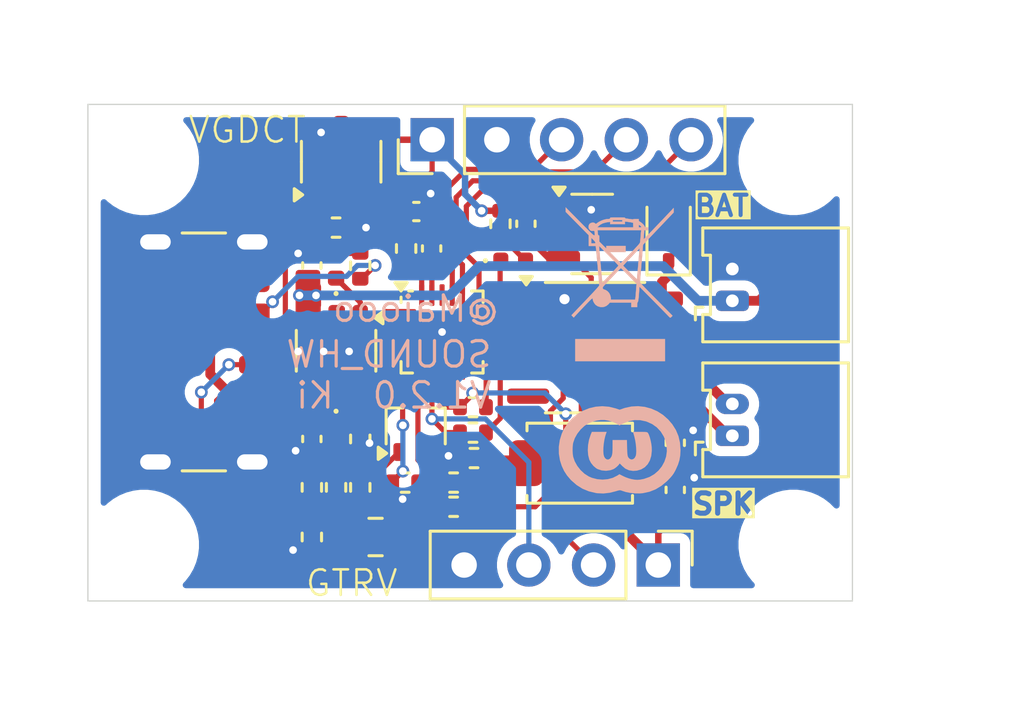
<source format=kicad_pcb>
(kicad_pcb (version 20241229) (generator "pcbnew") (generator_version "9.0")
  (title_block (date "2025-05-04") (rev "V1.2.0") (company "Maiooo"))
  (layers (0 "F.Cu" signal) (2 "B.Cu" signal) (13 "F.Paste" user) (15 "B.Paste" user) (5 "F.SilkS" user "F.Silkscreen") (7 "B.SilkS" user "B.Silkscreen") (1 "F.Mask" user) (3 "B.Mask" user) (25 "Edge.Cuts" user))
  (net 0 "")
  (net 1 "GND")
  (net 2 "BAT")
  (net 3 "VBUS")
  (net 4 "+3.3V")
  (net 5 "PA0")
  (net 6 "Dl_POWER")
  (net 7 "/CC1")
  (net 8 "/CC2")
  (net 9 "SWCLK")
  (net 10 "ONE_Line")
  (net 11 "BUSY")
  (net 12 "USART1_TX")
  (net 13 "Net-(LED1-K)")
  (net 14 "Net-(LED1-A)")
  (net 15 "Net-(LED2-K)")
  (net 16 "SWDIO")
  (net 17 "Net-(R8-Pad1)")
  (net 18 "Net-(LED2-A)")
  (net 19 "LED1")
  (net 20 "Net-(LED3-A)")
  (net 21 "Net-(Q1-G)")
  (net 22 "Net-(U3-VREF)")
  (net 23 "Net-(U3-SPK1)")
  (net 24 "Net-(U3-SPK2)")
  (net 25 "Net-(U1-PROG)")
  (net 26 "Net-(U3-IO3)")
  (net 27 "Net-(U3-IO2)")
  (net 28 "Net-(R10-Pad2)")
  (net 29 "PA6")
  (net 39 "PA1")
  (footprint "Package_TO_SOT_SMD:SOT-23-3" (layer "F.Cu") (at 94.3375 53.00625 90)
    (property "Reference" "U5" (hide yes))
    (property "Value" "CC6201")
  )
  (footprint "Capacitor_SMD:C_0402_1005Metric" (layer "F.Cu") (at 107.4475 65.89375 90)
    (property "Reference" "C4" (hide yes))
    (property "Value" "1UF")
  )
  (footprint "LED_SMD:LED_0402_1005Metric" (layer "F.Cu") (at 101.0875 56.89375)
    (property "Reference" "LED3" (hide yes))
    (property "Value" "LED")
  )
  (footprint "Resistor_SMD:R_0402_1005Metric" (layer "F.Cu") (at 94.1375 55.59375 180)
    (property "Reference" "R4" (hide yes))
    (property "Value" "5.1K")
  )
  (footprint "MountingHole:MountingHole_2.2mm_M2_ISO14580" (layer "F.Cu") (at 112.0875 68.04375)
    (property "Reference" "H4" (hide yes))
    (property "Value" "MountingHole")
  )
  (footprint "Capacitor_SMD:C_0402_1005Metric" (layer "F.Cu") (at 107.4475 64.04375 90)
    (property "Reference" "C5" (hide yes))
    (property "Value" "1UF")
  )
  (footprint "Resistor_SMD:R_0402_1005Metric" (layer "F.Cu") (at 93.1875 65.79375 90)
    (property "Reference" "R2" (hide yes))
    (property "Value" "10K")
  )
  (footprint "Diode_SMD:D_SOD-323" (layer "F.Cu") (at 107.1875 55.84375 90)
    (property "Reference" "D1" (hide yes))
    (property "Value" "1N5819WS")
  )
  (footprint "Connector_Molex:Molex_PicoBlade_53048-0210_1x02_P1.25mm_Horizontal" (layer "F.Cu") (at 109.6875 63.76875 90)
    (property "Reference" "LS1" (hide yes))
    (property "Value" "Speaker")
  )
  (footprint "Resistor_SMD:R_0402_1005Metric" (layer "F.Cu") (at 98.75 66.55625 180)
    (property "Reference" "R10" (hide yes))
    (property "Value" "1K")
  )
  (footprint "Resistor_SMD:R_0402_1005Metric" (layer "F.Cu") (at 98.75 65.60625)
    (property "Reference" "R11" (hide yes))
    (property "Value" "1M")
  )
  (footprint "MountingHole:MountingHole_2.2mm_M2_ISO14580" (layer "F.Cu") (at 86.6 52.94625)
    (property "Reference" "H1" (hide yes))
    (property "Value" "MountingHole")
  )
  (footprint "Capacitor_SMD:C_0402_1005Metric" (layer "F.Cu") (at 93.1875 57.08125 90)
    (property "Reference" "C2" (hide yes))
    (property "Value" "10UF")
  )
  (footprint "Resistor_SMD:R_0402_1005Metric" (layer "F.Cu") (at 93.1875 67.74375 90)
    (property "Reference" "R3" (hide yes))
    (property "Value" "5.1K")
  )
  (footprint "Resistor_SMD:R_0402_1005Metric" (layer "F.Cu") (at 100.5875 55.44375 90)
    (property "Reference" "R9" (hide yes))
    (property "Value" "10K")
  )
  (footprint "Connector_PinHeader_2.54mm:PinHeader_1x04_P2.54mm_Vertical" (layer "F.Cu") (at 106.7825 68.84375 -90)
    (property "Reference" "J2" (hide yes))
    (property "Value" "Conn_01x04")
  )
  (footprint "Capacitor_SMD:C_0805_2012Metric" (layer "F.Cu") (at 95.6875 67.74375 180)
    (property "Reference" "X1" (hide yes))
    (property "Value" "JYX-0805-C06")
  )
  (footprint "Resistor_SMD:R_0402_1005Metric" (layer "F.Cu") (at 99.51 62.64375)
    (property "Reference" "R6" (hide yes))
    (property "Value" "470R")
  )
  (footprint "Resistor_SMD:R_0402_1005Metric" (layer "F.Cu") (at 96.8875 56.41375 90)
    (property "Reference" "R13" (hide yes))
    (property "Value" "1M")
  )
  (footprint "LED_SMD:LED_0402_1005Metric" (layer "F.Cu") (at 94.1375 57.09375 90)
    (property "Reference" "LED1" (hide yes))
    (property "Value" "RED")
  )
  (footprint "Connector_PinHeader_2.54mm:PinHeader_1x05_P2.54mm_Vertical" (layer "F.Cu") (at 97.9075 52.14375 90)
    (property "Reference" "J3" (hide yes))
    (property "Value" "Conn_01x05")
  )
  (footprint "Package_TO_SOT_SMD:TSOT-23-6" (layer "F.Cu") (at 94.1375 60.43125 -90)
    (property "Reference" "U1" (hide yes))
    (property "Value" "TP4057")
  )
  (footprint "Maiooo_Library:HT7533s" (layer "F.Cu") (at 104.1875 55.84375)
    (property "Reference" "U2" (hide yes))
    (property "Value" "HT7533-1")
  )
  (footprint "MountingHole:MountingHole_2.2mm_M2_ISO14580" (layer "F.Cu") (at 86.6 68.04625)
    (property "Reference" "H2" (hide yes))
    (property "Value" "MountingHole")
  )
  (footprint "Capacitor_SMD:C_0402_1005Metric" (layer "F.Cu") (at 93.1875 63.89375 -90)
    (property "Reference" "C1" (hide yes))
    (property "Value" "10UF")
  )
  (footprint "Package_DFN_QFN:QFN-20-1EP_3x3mm_P0.4mm_EP1.65x1.65mm" (layer "F.Cu") (at 98.2975 59.69375)
    (property "Reference" "U4" (hide yes))
    (property "Value" "CH32L103F8U6")
  )
  (footprint "LED_SMD:LED_0402_1005Metric" (layer "F.Cu") (at 94.1375 63.89375 -90)
    (property "Reference" "LED2" (hide yes))
    (property "Value" "Gree")
  )
  (footprint "Resistor_SMD:R_0402_1005Metric" (layer "F.Cu") (at 94.1375 65.79375 90)
    (property "Reference" "R12" (hide yes))
    (property "Value" "1K")
  )
  (footprint "Capacitor_SMD:C_0402_1005Metric" (layer "F.Cu") (at 101.5875 55.44375 -90)
    (property "Reference" "C6" (hide yes))
    (property "Value" "100NF")
  )
  (footprint "Resistor_SMD:R_0402_1005Metric" (layer "F.Cu") (at 95.0875 65.79375 -90)
    (property "Reference" "R15" (hide yes))
    (property "Value" "10K")
  )
  (footprint "MountingHole:MountingHole_2.2mm_M2_ISO14580" (layer "F.Cu") (at 112.0875 52.94375)
    (property "Reference" "H3" (hide yes))
    (property "Value" "MountingHole")
  )
  (footprint "Capacitor_SMD:C_0402_1005Metric" (layer "F.Cu") (at 97.2875 54.96375 180)
    (property "Reference" "C7" (hide yes))
    (property "Value" "100NF")
  )
  (footprint "Resistor_SMD:R_0402_1005Metric" (layer "F.Cu") (at 99.55 64.64375 180)
    (property "Reference" "R8" (hide yes))
    (property "Value" "1K")
  )
  (footprint "Maiooo_Library:Button_2P" (layer "F.Cu") (at 103.7 64.84375)
    (property "Reference" "SW1" (hide yes))
    (property "Value" "SW_Push")
  )
  (footprint "Resistor_SMD:R_0402_1005Metric" (layer "F.Cu") (at 95.0875 57.09375 90)
    (property "Reference" "R1" (hide yes))
    (property "Value" "10K")
  )
  (footprint "Capacitor_SMD:C_0402_1005Metric" (layer "F.Cu") (at 97.8875 56.41375 90)
    (property "Reference" "C3" (hide yes))
    (property "Value" "10UF")
  )
  (footprint "Connector_USB:USB_C_Receptacle_GCT_USB4125-xx-x_6P_TopMnt_Horizontal" (layer "F.Cu") (at 87.85 60.47625 -90)
    (property "Reference" "J1" (hide yes))
    (property "Value" "USB_C_Receptacle_PowerOnly_6P")
  )
  (footprint "Resistor_SMD:R_0402_1005Metric" (layer "F.Cu") (at 99.51 63.64375)
    (property "Reference" "R7" (hide yes))
    (property "Value" "470R")
  )
  (footprint "Package_SO:SOP-8_3.9x4.9mm_P1.27mm" (layer "F.Cu") (at 104.3 60.30875)
    (property "Reference" "U3" (hide yes))
    (property "Value" "CS588")
  )
  (footprint "Connector_Molex:Molex_PicoBlade_53048-0210_1x02_P1.25mm_Horizontal" (layer "F.Cu") (at 109.6875 58.46875 90)
    (property "Reference" "BT1" (hide yes))
    (property "Value" "Battery_Cell")
  )
  (footprint "Resistor_SMD:R_0402_1005Metric" (layer "F.Cu") (at 96.85 65.60625)
    (property "Reference" "R14" (hide yes))
    (property "Value" "1M")
  )
  (footprint "Resistor_SMD:R_0402_1005Metric" (layer "F.Cu") (at 95.0875 63.89375 -90)
    (property "Reference" "R5" (hide yes))
    (property "Value" "1.6K")
  )
  (footprint "Package_TO_SOT_SMD:SOT-323_SC-70" (layer "F.Cu") (at 97.2625 63.40625 90)
    (property "Reference" "Q1" (hide yes))
    (property "Value" "2N7002W")
  )
  (footprint "Symbol:WEEE-Logo_4.2x6mm_SilkScreen" (layer "B.Cu") (at 105.272138 57.822488 180)
    (property "Reference" "REF**" (hide yes))
    (property "Value" "WEEE-Logo_4.2x6mm_SilkScreen" (hide yes))
  )
  (footprint "LOGO" (layer "B.Cu") (at 105.26 64.32 180)
    (property "Reference" "G***" (hide yes))
    (property "Value" "LOGO" (hide yes))
  )
  (gr_line (start 84.4 70.25625) (end 114.4 70.25625) (stroke (width 0.05)) (layer "Edge.Cuts"))
  (gr_line (start 114.4 50.75625) (end 84.4 50.75625) (stroke (width 0.05)) (layer "Edge.Cuts"))
  (gr_line (start 84.4 50.75625) (end 84.4 70.25625) (stroke (width 0.05)) (layer "Edge.Cuts"))
  (gr_line (start 114.4 50.75625) (end 114.4 70.25625) (stroke (width 0.05)) (layer "Edge.Cuts"))
  (gr_text "BAT" (at 109.27 54.74 0) (layer "F.SilkS" knockout) (effects (font (size 0.8 0.8) (thickness 0.16) (bold yes))))
  (gr_text "SPK" (at 109.34 66.45 0) (layer "F.SilkS" knockout) (effects (font (size 0.8 0.8) (thickness 0.2) (bold yes))))
  (gr_text "GTRV" (at 94.75 69.55625 0) (layer "F.SilkS") (effects (font (size 1 1) (thickness 0.1))))
  (gr_text "VGDCT" (at 90.65 51.75625 0) (layer "F.SilkS") (effects (font (size 1 1) (thickness 0.1))))
  (gr_text "@Maiooo" (at 100.62 58.78 0) (layer "B.SilkS") (effects (font (size 1 1) (thickness 0.125)) (justify left mirror)))
  (gr_text "SOUND_HW \nV1.2.0  Ki" (at 100.32 61.38 0) (layer "B.SilkS") (effects (font (size 1 1) (thickness 0.125)) (justify left mirror)))
  (segment (start 102.98 54.96375) (end 103.05 54.89375) (width 0.254) (layer "F.Cu") (net 1))
  (segment (start 97.36 65.60625) (end 97.36 65.64625) (width 0.254) (layer "F.Cu") (net 1))
  (segment (start 93.5625 51.86875) (end 93.55 51.85625) (width 0.254) (layer "F.Cu") (net 1))
  (segment (start 97.7675 54.33875) (end 97.85 54.25625) (width 0.2032) (layer "F.Cu") (net 1))
  (segment (start 97.7675 55.81375) (end 97.8875 55.93375) (width 0.2032) (layer "F.Cu") (net 1))
  (segment (start 101.5875 54.96375) (end 102.98 54.96375) (width 0.254) (layer "F.Cu") (net 1))
  (segment (start 90.93 63.22625) (end 90.93 64.71625) (width 0.381) (layer "F.Cu") (net 1))
  (segment (start 90.93 57.72625) (end 90.93 56.23625) (width 0.381) (layer "F.Cu") (net 1))
  (segment (start 97.7675 54.96375) (end 97.7675 54.33875) (width 0.2032) (layer "F.Cu") (net 1))
  (segment (start 97.36 65.64625) (end 96.75 66.25625) (width 0.254) (layer "F.Cu") (net 1))
  (segment (start 94.3375 51.86875) (end 93.5625 51.86875) (width 0.254) (layer "F.Cu") (net 1))
  (segment (start 98.55 64.55625) (end 98.4 64.40625) (width 0.254) (layer "F.Cu") (net 1))
  (segment (start 99.04 64.64375) (end 98.6375 64.64375) (width 0.254) (layer "F.Cu") (net 1))
  (segment (start 92.5675 64.37375) (end 92.55 64.35625) (width 0.2032) (layer "F.Cu") (net 1))
  (segment (start 98.4 64.40625) (end 97.9125 64.40625) (width 0.254) (layer "F.Cu") (net 1))
  (segment (start 93.1875 68.25375) (end 92.4525 68.25375) (width 0.254) (layer "F.Cu") (net 1))
  (segment (start 108.1425 63.56375) (end 108.15 63.55625) (width 0.254) (layer "F.Cu") (net 1))
  (segment (start 98.6375 64.64375) (end 98.55 64.55625) (width 0.254) (layer "F.Cu") (net 1))
  (segment (start 103.1025 58.40375) (end 101.675 58.40375) (width 0.381) (layer "F.Cu") (net 1))
  (segment (start 95.3125 55.59375) (end 94.6475 55.59375) (width 0.2032) (layer "F.Cu") (net 1))
  (segment (start 93.055 56.60125) (end 93.1875 56.60125) (width 0.2032) (layer "F.Cu") (net 1))
  (segment (start 107.4475 63.56375) (end 108.1425 63.56375) (width 0.254) (layer "F.Cu") (net 1))
  (segment (start 90.93 64.71625) (end 90.85 64.79625) (width 0.381) (layer "F.Cu") (net 1))
  (segment (start 97.7675 54.96375) (end 97.7675 55.81375) (width 0.2032) (layer "F.Cu") (net 1))
  (segment (start 95.1025 64.40375) (end 95.45 64.05625) (width 0.254) (layer "F.Cu") (net 1))
  (segment (start 93.05 56.60625) (end 93.055 56.60125) (width 0.2032) (layer "F.Cu") (net 1))
  (segment (start 104.15 54.89375) (end 103.05 54.89375) (width 0.254) (layer "F.Cu") (net 1))
  (segment (start 95.0875 65.28375) (end 95.0875 64.40375) (width 0.254) (layer "F.Cu") (net 1))
  (segment (start 93.1875 64.37375) (end 92.5675 64.37375) (width 0.2032) (layer "F.Cu") (net 1))
  (segment (start 95.0875 64.40375) (end 95.1025 64.40375) (width 0.254) (layer "F.Cu") (net 1))
  (segment (start 92.649 56.60625) (end 93.05 56.60625) (width 0.2032) (layer "F.Cu") (net 1))
  (segment (start 108.1925 65.41375) (end 107.4475 65.41375) (width 0.254) (layer "F.Cu") (net 1))
  (segment (start 90.93 56.23625) (end 90.85 56.15625) (width 0.381) (layer "F.Cu") (net 1))
  (segment (start 92.4525 68.25375) (end 92.45 68.25625) (width 0.254) (layer "F.Cu") (net 1))
  (via (at 94.65 60.45625) (size 0.6) (drill 0.3) (layers "F.Cu" "B.Cu") (net 1))
  (via (at 103.1025 58.40375) (size 0.8) (drill 0.4) (layers "F.Cu" "B.Cu") (net 1))
  (via (at 93.65 60.45625) (size 0.6) (drill 0.3) (layers "F.Cu" "B.Cu") (net 1))
  (via (at 97.85 54.25625) (size 0.5) (drill 0.3) (layers "F.Cu" "B.Cu") (net 1))
  (via (at 95.45 64.05625) (size 0.5) (drill 0.3) (layers "F.Cu" "B.Cu") (net 1))
  (via (at 92.55 64.35625) (size 0.5) (drill 0.3) (layers "F.Cu" "B.Cu") (net 1))
  (via (at 92.649 56.60625) (size 0.5) (drill 0.3) (layers "F.Cu" "B.Cu") (net 1))
  (via (at 95.3125 55.59375) (size 0.5) (drill 0.3) (layers "F.Cu" "B.Cu") (net 1))
  (via (at 93.55 51.85625) (size 0.6) (drill 0.3) (layers "F.Cu" "B.Cu") (net 1))
  (via (at 104.15 54.89375) (size 0.6) (drill 0.3) (layers "F.Cu" "B.Cu") (net 1))
  (via (at 96.75 66.25625) (size 0.5) (drill 0.3) (layers "F.Cu" "B.Cu") (net 1))
  (via (at 92.65 60.45625) (size 0.6) (drill 0.3) (layers "F.Cu" "B.Cu") (net 1))
  (via (at 98.55 64.55625) (size 0.5) (drill 0.3) (layers "F.Cu" "B.Cu") (net 1))
  (via (at 92.45 68.25625) (size 0.5) (drill 0.3) (layers "F.Cu" "B.Cu") (net 1))
  (via (at 108.1925 65.41375) (size 0.5) (drill 0.3) (layers "F.Cu" "B.Cu") (net 1))
  (via (at 108.15 63.55625) (size 0.5) (drill 0.3) (layers "F.Cu" "B.Cu") (net 1))
  (via (at 98.2975 59.69375) (size 0.6) (drill 0.3) (layers "F.Cu" "B.Cu") (net 1))
  (segment (start 110.7375 58.46875) (end 111.3 57.90625) (width 0.381) (layer "F.Cu") (net 2))
  (segment (start 106.7125 54.79375) (end 107.1875 54.79375) (width 0.381) (layer "F.Cu") (net 2))
  (segment (start 105.325 55.84375) (end 105.6625 55.84375) (width 0.381) (layer "F.Cu") (net 2))
  (segment (start 109.9125 54.79375) (end 107.1875 54.79375) (width 0.381) (layer "F.Cu") (net 2))
  (segment (start 111.3 57.90625) (end 111.3 56.18125) (width 0.381) (layer "F.Cu") (net 2))
  (segment (start 111.3 56.18125) (end 109.9125 54.79375) (width 0.381) (layer "F.Cu") (net 2))
  (segment (start 109.6875 58.46875) (end 110.7375 58.46875) (width 0.381) (layer "F.Cu") (net 2))
  (segment (start 105.6625 55.84375) (end 106.7125 54.79375) (width 0.381) (layer "F.Cu") (net 2))
  (via (at 92.7 58.25625) (size 0.5) (drill 0.3) (layers "F.Cu" "B.Cu") (net 2))
  (via (at 93.35 58.25625) (size 0.5) (drill 0.3) (layers "F.Cu" "B.Cu") (net 2))
  (segment (start 108.3345 58.46875) (end 106.972 57.10625) (width 0.381) (layer "B.Cu") (net 2))
  (segment (start 98.6 58.25625) (end 93.35 58.25625) (width 0.381) (layer "B.Cu") (net 2))
  (segment (start 99.75 57.10625) (end 98.6 58.25625) (width 0.381) (layer "B.Cu") (net 2))
  (segment (start 106.972 57.10625) (end 99.75 57.10625) (width 0.381) (layer "B.Cu") (net 2))
  (segment (start 109.6875 58.46875) (end 108.3345 58.46875) (width 0.381) (layer "B.Cu") (net 2))
  (segment (start 92.7 58.25625) (end 93.35 58.25625) (width 0.381) (layer "B.Cu") (net 2))
  (segment (start 95.146491 57.60375) (end 95.671557 57.078684) (width 0.2032) (layer "F.Cu") (net 3))
  (segment (start 89.85 58.95625) (end 89.2 59.60625) (width 0.381) (layer "F.Cu") (net 3))
  (segment (start 94.1375 65.28375) (end 94.1375 65.35375) (width 0.2032) (layer "F.Cu") (net 3))
  (segment (start 89.84 61.99625) (end 90.93 61.99625) (width 0.381) (layer "F.Cu") (net 3))
  (segment (start 89.45 62.38625) (end 89.45 65.65625) (width 0.2032) (layer "F.Cu") (net 3))
  (segment (start 91.1958 58.95625) (end 90.93 58.95625) (width 0.2032) (layer "F.Cu") (net 3))
  (segment (start 93.1875 63.41375) (end 93.1875 61.56875) (width 0.381) (layer "F.Cu") (net 3))
  (segment (start 89.84 61.99625) (end 89.2 61.35625) (width 0.381) (layer "F.Cu") (net 3))
  (segment (start 89.45 65.65625) (end 90.0975 66.30375) (width 0.2032) (layer "F.Cu") (net 3))
  (segment (start 91.6458 58.50625) (end 91.1958 58.95625) (width 0.2032) (layer "F.Cu") (net 3))
  (segment (start 90.93 61.99625) (end 92.06 61.99625) (width 0.381) (layer "F.Cu") (net 3))
  (segment (start 89.84 61.99625) (end 89.45 62.38625) (width 0.2032) (layer "F.Cu") (net 3))
  (segment (start 95.0875 57.60375) (end 95.146491 57.60375) (width 0.2032) (layer "F.Cu") (net 3))
  (segment (start 92.4875 61.56875) (end 93.1875 61.56875) (width 0.381) (layer "F.Cu") (net 3))
  (segment (start 90.0975 66.30375) (end 93.1875 66.30375) (width 0.2032) (layer "F.Cu") (net 3))
  (segment (start 90.93 58.95625) (end 89.85 58.95625) (width 0.381) (layer "F.Cu") (net 3))
  (segment (start 89.2 61.35625) (end 89.2 59.60625) (width 0.381) (layer "F.Cu") (net 3))
  (segment (start 94.1375 65.35375) (end 93.1875 66.30375) (width 0.2032) (layer "F.Cu") (net 3))
  (segment (start 92.06 61.99625) (end 92.4875 61.56875) (width 0.381) (layer "F.Cu") (net 3))
  (via (at 95.671557 57.078684) (size 0.5) (drill 0.3) (layers "F.Cu" "B.Cu") (net 3))
  (via (at 91.6458 58.50625) (size 0.5) (drill 0.3) (layers "F.Cu" "B.Cu") (net 3))
  (segment (start 94.977566 57.078684) (end 94.7 57.35625) (width 0.2032) (layer "B.Cu") (net 3))
  (segment (start 94.5474 57.50885) (end 92.6474 57.50885) (width 0.2032) (layer "B.Cu") (net 3))
  (segment (start 91.65 58.50625) (end 91.6458 58.50625) (width 0.2032) (layer "B.Cu") (net 3))
  (segment (start 92.6474 57.50885) (end 92.05 58.10625) (width 0.2032) (layer "B.Cu") (net 3))
  (segment (start 92.05 58.10625) (end 91.65 58.50625) (width 0.2032) (layer "B.Cu") (net 3))
  (segment (start 95.671557 57.078684) (end 94.977566 57.078684) (width 0.2032) (layer "B.Cu") (net 3))
  (segment (start 94.7 57.35625) (end 94.5474 57.50885) (width 0.2032) (layer "B.Cu") (net 3))
  (segment (start 99.85 54.93375) (end 100.5875 54.93375) (width 0.254) (layer "F.Cu") (net 4))
  (segment (start 101.6175 55.92375) (end 102.4875 56.79375) (width 0.254) (layer "F.Cu") (net 4))
  (segment (start 96.8075 54.96375) (end 96.8075 54.49875) (width 0.2032) (layer "F.Cu") (net 4))
  (segment (start 93.3875 54.14375) (end 93.3875 53.76875) (width 0.254) (layer "F.Cu") (net 4))
  (segment (start 102.4875 56.79375) (end 103.05 56.79375) (width 0.254) (layer "F.Cu") (net 4))
  (segment (start 93.3875 53.76875) (end 94.15 53.00625) (width 0.254) (layer "F.Cu") (net 4))
  (segment (start 101.5875 55.92375) (end 101.6175 55.92375) (width 0.254) (layer "F.Cu") (net 4))
  (segment (start 95.9125 52.14375) (end 97.9075 52.14375) (width 0.254) (layer "F.Cu") (net 4))
  (segment (start 99.26 66.55625) (end 101.95 66.55625) (width 0.2032) (layer "F.Cu") (net 4))
  (segment (start 104.15 58.75625) (end 104.15 57.55625) (width 0.2032) (layer "F.Cu") (net 4))
  (segment (start 101.95 66.55625) (end 102.55 65.95625) (width 0.2032) (layer "F.Cu") (net 4))
  (segment (start 102.55 65.95625) (end 102.55 62.795466) (width 0.2032) (layer "F.Cu") (net 4))
  (segment (start 99.26 65.60625) (end 99.26 66.55625) (width 0.2032) (layer "F.Cu") (net 4))
  (segment (start 100.5975 54.93375) (end 101.5875 55.92375) (width 0.254) (layer "F.Cu") (net 4))
  (segment (start 95.05 53.00625) (end 95.9125 52.14375) (width 0.254) (layer "F.Cu") (net 4))
  (segment (start 103.3875 56.79375) (end 103.05 56.79375) (width 0.2032) (layer "F.Cu") (net 4))
  (segment (start 97.8975 58.24375) (end 97.8975 56.90375) (width 0.2032) (layer "F.Cu") (net 4))
  (segment (start 100.5875 54.93375) (end 100.5975 54.93375) (width 0.254) (layer "F.Cu") (net 4))
  (segment (start 104.15 57.55625) (end 103.3875 56.79375) (width 0.2032) (layer "F.Cu") (net 4))
  (segment (start 97.9075 53.39875) (end 97.9075 52.14375) (width 0.2032) (layer "F.Cu") (net 4))
  (segment (start 96.8875 55.90375) (end 96.8975 55.90375) (width 0.2032) (layer "F.Cu") (net 4))
  (segment (start 102.55 62.795466) (end 103.05 62.295466) (width 0.2032) (layer "F.Cu") (net 4))
  (segment (start 103.05 62.295466) (end 103.05 59.85625) (width 0.2032) (layer "F.Cu") (net 4))
  (segment (start 96.8075 54.49875) (end 97.9075 53.39875) (width 0.2032) (layer "F.Cu") (net 4))
  (segment (start 97.8975 56.90375) (end 97.8875 56.89375) (width 0.2032) (layer "F.Cu") (net 4))
  (segment (start 96.8075 54.96375) (end 96.8075 55.82375) (width 0.2032) (layer "F.Cu") (net 4))
  (segment (start 96.8975 55.90375) (end 97.8875 56.89375) (width 0.2032) (layer "F.Cu") (net 4))
  (segment (start 96.8075 55.82375) (end 96.8875 55.90375) (width 0.2032) (layer "F.Cu") (net 4))
  (segment (start 94.15 53.00625) (end 95.05 53.00625) (width 0.254) (layer "F.Cu") (net 4))
  (segment (start 103.05 59.85625) (end 104.15 58.75625) (width 0.2032) (layer "F.Cu") (net 4))
  (via (at 99.85 54.93375) (size 0.5) (drill 0.3) (layers "F.Cu" "B.Cu") (net 4))
  (segment (start 99.2 53.50625) (end 97.9075 52.21375) (width 0.254) (layer "B.Cu") (net 4))
  (segment (start 99.2 54.28375) (end 99.2 53.50625) (width 0.254) (layer "B.Cu") (net 4))
  (segment (start 99.85 54.93375) (end 99.2 54.28375) (width 0.254) (layer "B.Cu") (net 4))
  (segment (start 97.9075 52.21375) (end 97.9075 52.14375) (width 0.254) (layer "B.Cu") (net 4))
  (segment (start 95.75 66.60625) (end 95.75 66.25625) (width 0.2032) (layer "F.Cu") (net 5))
  (segment (start 96.34 65.60625) (end 96.38 65.60625) (width 0.2032) (layer "F.Cu") (net 5))
  (segment (start 95.75 66.25625) (end 96.34 65.66625) (width 0.2032) (layer "F.Cu") (net 5))
  (segment (start 96.34 65.575089) (end 96.758839 65.15625) (width 0.2032) (layer "F.Cu") (net 5))
  (segment (start 95.65 61.55625) (end 95.65 59.35625) (width 0.2032) (layer "F.Cu") (net 5))
  (segment (start 96.758839 63.35625) (end 96.75 63.347411) (width 0.2032) (layer "F.Cu") (net 5))
  (segment (start 96.34 65.60625) (end 96.34 65.575089) (width 0.2032) (layer "F.Cu") (net 5))
  (segment (start 94.7375 67.74375) (end 94.7375 67.61875) (width 0.2032) (layer "F.Cu") (net 5))
  (segment (start 96.75 63.347411) (end 96.75 62.65625) (width 0.2032) (layer "F.Cu") (net 5))
  (segment (start 96.75 62.65625) (end 95.65 61.55625) (width 0.2032) (layer "F.Cu") (net 5))
  (segment (start 96.1125 58.89375) (end 96.8475 58.89375) (width 0.2032) (layer "F.Cu") (net 5))
  (segment (start 94.7375 67.61875) (end 95.75 66.60625) (width 0.2032) (layer "F.Cu") (net 5))
  (segment (start 95.65 59.35625) (end 96.1125 58.89375) (width 0.2032) (layer "F.Cu") (net 5))
  (segment (start 96.34 65.66625) (end 96.34 65.60625) (width 0.2032) (layer "F.Cu") (net 5))
  (via (at 96.758839 65.15625) (size 0.5) (drill 0.3) (layers "F.Cu" "B.Cu") (net 5))
  (via (at 96.758839 63.35625) (size 0.5) (drill 0.3) (layers "F.Cu" "B.Cu") (net 5))
  (segment (start 96.758839 63.35625) (end 96.758839 65.15625) (width 0.2032) (layer "B.Cu") (net 5))
  (segment (start 107.1875 56.89375) (end 107.1875 57.46875) (width 0.381) (layer "F.Cu") (net 6))
  (segment (start 105.5025 58.40375) (end 106.925 58.40375) (width 0.381) (layer "F.Cu") (net 6))
  (segment (start 106.925 57.73125) (end 106.925 58.40375) (width 0.381) (layer "F.Cu") (net 6))
  (segment (start 107.4475 66.37375) (end 107.4475 66.90875) (width 0.254) (layer "F.Cu") (net 6))
  (segment (start 106.7825 67.57375) (end 106.7825 68.84375) (width 0.254) (layer "F.Cu") (net 6))
  (segment (start 103.85 65.91125) (end 103.85 60.05625) (width 0.381) (layer "F.Cu") (net 6))
  (segment (start 107.1875 57.46875) (end 106.925 57.73125) (width 0.381) (layer "F.Cu") (net 6))
  (segment (start 106.7825 68.84375) (end 103.85 65.91125) (width 0.381) (layer "F.Cu") (net 6))
  (segment (start 103.85 60.05625) (end 105.5025 58.40375) (width 0.381) (layer "F.Cu") (net 6))
  (segment (start 107.4475 66.90875) (end 106.7825 67.57375) (width 0.254) (layer "F.Cu") (net 6))
  (segment (start 92.7125 55.59375) (end 92.1474 56.15885) (width 0.2032) (layer "F.Cu") (net 7))
  (segment (start 92.1474 59.55885) (end 91.73 59.97625) (width 0.2032) (layer "F.Cu") (net 7))
  (segment (start 91.73 59.97625) (end 90.93 59.97625) (width 0.2032) (layer "F.Cu") (net 7))
  (segment (start 92.1474 56.15885) (end 92.1474 59.55885) (width 0.2032) (layer "F.Cu") (net 7))
  (segment (start 93.6275 55.59375) (end 92.7125 55.59375) (width 0.2032) (layer "F.Cu") (net 7))
  (segment (start 88.85 66.05625) (end 90.0275 67.23375) (width 0.2032) (layer "F.Cu") (net 8))
  (segment (start 88.85 62.05625) (end 88.85 66.05625) (width 0.2032) (layer "F.Cu") (net 8))
  (segment (start 90.0275 67.23375) (end 93.1875 67.23375) (width 0.2032) (layer "F.Cu") (net 8))
  (segment (start 89.93 60.97625) (end 90.93 60.97625) (width 0.2032) (layer "F.Cu") (net 8))
  (via (at 89.93 60.97625) (size 0.5) (drill 0.3) (layers "F.Cu" "B.Cu") (net 8))
  (via (at 88.85 62.05625) (size 0.5) (drill 0.3) (layers "F.Cu" "B.Cu") (net 8))
  (segment (start 88.85 62.05625) (end 89.93 60.97625) (width 0.2032) (layer "B.Cu") (net 8))
  (segment (start 104.265 53.40625) (end 105.5275 52.14375) (width 0.2032) (layer "F.Cu") (net 9))
  (segment (start 98.85 56.80625) (end 98.85 54.40625) (width 0.2032) (layer "F.Cu") (net 9))
  (segment (start 98.85 54.40625) (end 99.5 53.75625) (width 0.2032) (layer "F.Cu") (net 9))
  (segment (start 102.15 53.75625) (end 102.5 53.40625) (width 0.2032) (layer "F.Cu") (net 9))
  (segment (start 99.0975 57.05375) (end 98.85 56.80625) (width 0.2032) (layer "F.Cu") (net 9))
  (segment (start 102.5 53.40625) (end 104.265 53.40625) (width 0.2032) (layer "F.Cu") (net 9))
  (segment (start 99.0975 58.24375) (end 99.0975 57.05375) (width 0.2032) (layer "F.Cu") (net 9))
  (segment (start 99.5 53.75625) (end 102.15 53.75625) (width 0.2032) (layer "F.Cu") (net 9))
  (segment (start 97.4975 61.77375) (end 97.9 62.17625) (width 0.2032) (layer "F.Cu") (net 10))
  (segment (start 97.9 63.10625) (end 98.4375 63.64375) (width 0.2032) (layer "F.Cu") (net 10))
  (segment (start 98.4375 63.64375) (end 99 63.64375) (width 0.2032) (layer "F.Cu") (net 10))
  (segment (start 97.9 62.17625) (end 97.9 63.10625) (width 0.2032) (layer "F.Cu") (net 10))
  (segment (start 97.4975 61.14375) (end 97.4975 61.77375) (width 0.2032) (layer "F.Cu") (net 10))
  (via (at 97.9 63.10625) (size 0.5) (drill 0.3) (layers "F.Cu" "B.Cu") (net 10))
  (segment (start 101.7025 68.84375) (end 101.7025 64.80875) (width 0.2032) (layer "B.Cu") (net 10))
  (segment (start 101.7025 64.80875) (end 100 63.10625) (width 0.2032) (layer "B.Cu") (net 10))
  (segment (start 100 63.10625) (end 97.9 63.10625) (width 0.2032) (layer "B.Cu") (net 10))
  (segment (start 99 62.64375) (end 98.4875 62.64375) (width 0.2032) (layer "F.Cu") (net 11))
  (segment (start 99.496914 62.086718) (end 99.525 62.114804) (width 0.2032) (layer "F.Cu") (net 11))
  (segment (start 99.525 62.114804) (end 99.525 62.11875) (width 0.2032) (layer "F.Cu") (net 11))
  (segment (start 99.525 62.11875) (end 99 62.64375) (width 0.2032) (layer "F.Cu") (net 11))
  (segment (start 98.3 62.45625) (end 98.3 62.053413) (width 0.2032) (layer "F.Cu") (net 11))
  (segment (start 103.15 67.75125) (end 104.2425 68.84375) (width 0.2032) (layer "F.Cu") (net 11))
  (segment (start 98.4875 62.64375) (end 98.3 62.45625) (width 0.2032) (layer "F.Cu") (net 11))
  (segment (start 98.3 62.053413) (end 97.8975 61.650913) (width 0.2032) (layer "F.Cu") (net 11))
  (segment (start 97.8975 61.650913) (end 97.8975 61.14375) (width 0.2032) (layer "F.Cu") (net 11))
  (segment (start 103.15 62.90625) (end 103.15 67.75125) (width 0.2032) (layer "F.Cu") (net 11))
  (via (at 99.496914 62.086718) (size 0.5) (drill 0.3) (layers "F.Cu" "B.Cu") (net 11))
  (via (at 103.15 62.90625) (size 0.5) (drill 0.3) (layers "F.Cu" "B.Cu") (net 11))
  (segment (start 99.496914 62.086718) (end 102.330468 62.086718) (width 0.2032) (layer "B.Cu") (net 11))
  (segment (start 102.330468 62.086718) (end 103.15 62.90625) (width 0.2032) (layer "B.Cu") (net 11))
  (segment (start 99.25 54.75625) (end 99.85 54.15625) (width 0.2032) (layer "F.Cu") (net 12))
  (segment (start 99.25 56.651046) (end 99.25 54.75625) (width 0.2032) (layer "F.Cu") (net 12))
  (segment (start 102.85 53.80625) (end 106.405 53.80625) (width 0.2032) (layer "F.Cu") (net 12))
  (segment (start 99.85 54.15625) (end 102.5 54.15625) (width 0.2032) (layer "F.Cu") (net 12))
  (segment (start 106.405 53.80625) (end 108.0675 52.14375) (width 0.2032) (layer "F.Cu") (net 12))
  (segment (start 102.5 54.15625) (end 102.85 53.80625) (width 0.2032) (layer "F.Cu") (net 12))
  (segment (start 99.7475 58.89375) (end 99.7475 57.148546) (width 0.2032) (layer "F.Cu") (net 12))
  (segment (start 99.7475 57.148546) (end 99.25 56.651046) (width 0.2032) (layer "F.Cu") (net 12))
  (segment (start 94.1375 57.57875) (end 95.0875 58.52875) (width 0.2032) (layer "F.Cu") (net 13))
  (segment (start 95.0875 58.52875) (end 95.0875 59.29375) (width 0.2032) (layer "F.Cu") (net 13))
  (segment (start 95.0625 56.60875) (end 95.0875 56.58375) (width 0.2032) (layer "F.Cu") (net 14))
  (segment (start 94.1375 56.60875) (end 95.0625 56.60875) (width 0.2032) (layer "F.Cu") (net 14))
  (segment (start 94.1375 61.56875) (end 94.1375 63.40875) (width 0.2032) (layer "F.Cu") (net 15))
  (segment (start 98.6975 57.25375) (end 98.45 57.00625) (width 0.2032) (layer "F.Cu") (net 16))
  (segment (start 101.825 53.30625) (end 102.9875 52.14375) (width 0.2032) (layer "F.Cu") (net 16))
  (segment (start 98.6975 58.24375) (end 98.6975 57.25375) (width 0.2032) (layer "F.Cu") (net 16))
  (segment (start 99.250002 53.30625) (end 101.825 53.30625) (width 0.2032) (layer "F.Cu") (net 16))
  (segment (start 98.45 57.00625) (end 98.45 54.106252) (width 0.2032) (layer "F.Cu") (net 16))
  (segment (start 98.45 54.106252) (end 99.250002 53.30625) (width 0.2032) (layer "F.Cu") (net 16))
  (segment (start 100.06 64.64375) (end 101.4 64.64375) (width 0.2032) (layer "F.Cu") (net 17))
  (segment (start 101.4 64.64375) (end 101.6 64.84375) (width 0.2032) (layer "F.Cu") (net 17))
  (segment (start 93.2325 65.28375) (end 94.1375 64.37875) (width 0.2032) (layer "F.Cu") (net 18))
  (segment (start 93.1875 65.28375) (end 93.2325 65.28375) (width 0.2032) (layer "F.Cu") (net 18))
  (segment (start 100.575 56.92125) (end 100.575 59.03125) (width 0.2032) (layer "F.Cu") (net 19))
  (segment (start 100.3125 59.29375) (end 99.7475 59.29375) (width 0.2032) (layer "F.Cu") (net 19))
  (segment (start 100.6025 56.89375) (end 100.575 56.92125) (width 0.2032) (layer "F.Cu") (net 19))
  (segment (start 100.575 59.03125) (end 100.3125 59.29375) (width 0.2032) (layer "F.Cu") (net 19))
  (segment (start 100.5875 55.95375) (end 100.6325 55.95375) (width 0.2032) (layer "F.Cu") (net 20))
  (segment (start 100.6325 55.95375) (end 101.5725 56.89375) (width 0.2032) (layer "F.Cu") (net 20))
  (segment (start 95.7 65.31875) (end 95.7 65.69125) (width 0.2032) (layer "F.Cu") (net 21))
  (segment (start 95.7 65.69125) (end 95.0875 66.30375) (width 0.2032) (layer "F.Cu") (net 21))
  (segment (start 96.6125 64.40625) (end 95.7 65.31875) (width 0.2032) (layer "F.Cu") (net 21))
  (segment (start 94.1375 66.30375) (end 95.0875 66.30375) (width 0.2032) (layer "F.Cu") (net 21))
  (segment (start 105.7825 59.67375) (end 104.55 60.90625) (width 0.254) (layer "F.Cu") (net 22))
  (segment (start 104.55 60.90625) (end 104.55 65.60625) (width 0.254) (layer "F.Cu") (net 22))
  (segment (start 105.4 66.45625) (end 106.35 66.45625) (width 0.254) (layer "F.Cu") (net 22))
  (segment (start 104.55 65.60625) (end 105.4 66.45625) (width 0.254) (layer "F.Cu") (net 22))
  (segment (start 107.4325 64.52375) (end 107.4475 64.52375) (width 0.254) (layer "F.Cu") (net 22))
  (segment (start 106.925 59.67375) (end 105.7825 59.67375) (width 0.254) (layer "F.Cu") (net 22))
  (segment (start 106.35 66.45625) (end 106.8 66.00625) (width 0.254) (layer "F.Cu") (net 22))
  (segment (start 106.8 66.00625) (end 106.8 65.15625) (width 0.254) (layer "F.Cu") (net 22))
  (segment (start 106.8 65.15625) (end 107.4325 64.52375) (width 0.254) (layer "F.Cu") (net 22))
  (segment (start 105.8 64.84375) (end 105.8 62.75625) (width 0.2032) (layer "F.Cu") (net 23))
  (segment (start 109.5125 63.76875) (end 109.6875 63.76875) (width 0.381) (layer "F.Cu") (net 23))
  (segment (start 106.3425 62.21375) (end 106.925 62.21375) (width 0.2032) (layer "F.Cu") (net 23))
  (segment (start 106.925 62.21375) (end 107.9575 62.21375) (width 0.381) (layer "F.Cu") (net 23))
  (segment (start 107.9575 62.21375) (end 109.5125 63.76875) (width 0.381) (layer "F.Cu") (net 23))
  (segment (start 105.8 62.75625) (end 106.3425 62.21375) (width 0.2032) (layer "F.Cu") (net 23))
  (segment (start 109.5125 62.51875) (end 109.6875 62.51875) (width 0.381) (layer "F.Cu") (net 24))
  (segment (start 107.9375 60.94375) (end 109.5125 62.51875) (width 0.381) (layer "F.Cu") (net 24))
  (segment (start 106.925 60.94375) (end 107.9375 60.94375) (width 0.381) (layer "F.Cu") (net 24))
  (segment (start 95.0875 61.56875) (end 95.0875 63.38375) (width 0.2032) (layer "F.Cu") (net 25))
  (segment (start 100.0276 61.37865) (end 100.5 60.90625) (width 0.2032) (layer "F.Cu") (net 26))
  (segment (start 100.5 60.90625) (end 100.5 60.40625) (width 0.2032) (layer "F.Cu") (net 26))
  (segment (start 100.5 60.40625) (end 101.2325 59.67375) (width 0.2032) (layer "F.Cu") (net 26))
  (segment (start 100.0276 62.63615) (end 100.0276 61.37865) (width 0.2032) (layer "F.Cu") (net 26))
  (segment (start 101.2325 59.67375) (end 101.675 59.67375) (width 0.2032) (layer "F.Cu") (net 26))
  (segment (start 100.02 62.64375) (end 100.0276 62.63615) (width 0.2032) (layer "F.Cu") (net 26))
  (segment (start 101.1625 60.94375) (end 101.675 60.94375) (width 0.2032) (layer "F.Cu") (net 27))
  (segment (start 100.5801 63.08365) (end 100.5801 61.52615) (width 0.2032) (layer "F.Cu") (net 27))
  (segment (start 100.02 63.64375) (end 100.5801 63.08365) (width 0.2032) (layer "F.Cu") (net 27))
  (segment (start 100.5801 61.52615) (end 101.1625 60.94375) (width 0.2032) (layer "F.Cu") (net 27))
  (segment (start 97.55 66.55625) (end 98.24 66.55625) (width 0.2032) (layer "F.Cu") (net 28))
  (segment (start 96.6375 67.74375) (end 96.6375 67.46875) (width 0.2032) (layer "F.Cu") (net 28))
  (segment (start 96.6375 67.46875) (end 97.55 66.55625) (width 0.2032) (layer "F.Cu") (net 28))
  (segment (start 96.25 56.28625) (end 96.8875 56.92375) (width 0.2032) (layer "F.Cu") (net 29))
  (segment (start 97.4975 57.53375) (end 97.4975 58.24375) (width 0.2032) (layer "F.Cu") (net 29))
  (segment (start 95.2875 54.49375) (end 96.25 55.45625) (width 0.2032) (layer "F.Cu") (net 29))
  (segment (start 96.8875 56.92375) (end 97.4975 57.53375) (width 0.2032) (layer "F.Cu") (net 29))
  (segment (start 96.25 55.45625) (end 96.25 56.28625) (width 0.2032) (layer "F.Cu") (net 29))
  (segment (start 95.2875 54.14375) (end 95.2875 54.49375) (width 0.2032) (layer "F.Cu") (net 29))
  (segment (start 96.3125 59.29375) (end 96.8475 59.29375) (width 0.2032) (layer "F.Cu") (net 39))
  (segment (start 96.05 59.55625) (end 96.3125 59.29375) (width 0.2032) (layer "F.Cu") (net 39))
  (segment (start 97.35 64.71625) (end 97.35 62.40625) (width 0.2032) (layer "F.Cu") (net 39))
  (segment (start 97.35 62.40625) (end 96.05 61.10625) (width 0.2032) (layer "F.Cu") (net 39))
  (segment (start 98.24 65.60625) (end 97.35 64.71625) (width 0.2032) (layer "F.Cu") (net 39))
  (segment (start 96.05 61.10625) (end 96.05 59.55625) (width 0.2032) (layer "F.Cu") (net 39))
  (zone (net 1) (net_name "GND") (layer "F.Cu") (priority 1) (connect_pads yes (clearance 0.3)) (min_thickness 0.25) (fill yes (thermal_gap 0.5) (thermal_bridge_width 0.5))
    (polygon (pts (xy 92.45 58.65625) (xy 92.45 61.15625) (xy 92.55 61.25625) (xy 95.85 61.25625) (xy 95.85 58.65625)))
  )
  (zone (net 2) (net_name "BAT") (layer "F.Cu") (priority 2) (connect_pads yes (clearance 0.3)) (min_thickness 0.25) (fill yes (thermal_gap 0.5) (thermal_bridge_width 0.5))
    (polygon (pts (xy 92.45 59.95625) (xy 92.45 57.25625) (xy 93.55 57.25625) (xy 93.55 59.95625)))
  )
  (zone (net 0) (net_name "") (layer "B.Cu") (connect_pads yes (clearance 0)) (min_thickness 0.25)
    (keepout (tracks allowed) (vias allowed) (pads allowed) (copperpour not_allowed) (footprints allowed))
    (fill (thermal_gap 0.5) (thermal_bridge_width 0.5))
    (polygon (pts (xy 114.24537 67.902316) (xy 114.208448 67.621867) (xy 114.135236 67.348637) (xy 114.026987 67.087301) (xy 113.885553 66.842329) (xy 113.713354 66.617915) (xy 113.513335 66.417896) (xy 113.288921 66.245697) (xy 113.043949 66.104263) (xy 112.782613 65.996014) (xy 112.509383 65.922802) (xy 112.228934 65.88588) (xy 111.946066 65.88588) (xy 111.665617 65.922802) (xy 111.392387 65.996014) (xy 111.131051 66.104263) (xy 110.886079 66.245697) (xy 110.661665 66.417896) (xy 110.461646 66.617915) (xy 110.289447 66.842329) (xy 110.148013 67.087301) (xy 110.039764 67.348637) (xy 109.966552 67.621867) (xy 109.92963 67.902316) (xy 109.92963 68.185184) (xy 109.966552 68.465633) (xy 110.039764 68.738863) (xy 110.148013 69.000199) (xy 110.289447 69.245171) (xy 110.461646 69.469585) (xy 110.661665 69.669604) (xy 110.886079 69.841803) (xy 111.131051 69.983237) (xy 111.392387 70.091486) (xy 111.665617 70.164698) (xy 111.946066 70.20162) (xy 112.228934 70.20162) (xy 112.509383 70.164698) (xy 112.782613 70.091486) (xy 113.043949 69.983237) (xy 113.288921 69.841803) (xy 113.513335 69.669604) (xy 113.713354 69.469585) (xy 113.885553 69.245171) (xy 114.026987 69.000199) (xy 114.135236 68.738863) (xy 114.208448 68.465633) (xy 114.24537 68.185184)))
  )
  (zone (net 0) (net_name "") (layer "B.Cu") (connect_pads yes (clearance 0)) (min_thickness 0.25)
    (keepout (tracks allowed) (vias allowed) (pads allowed) (copperpour not_allowed) (footprints allowed))
    (fill (thermal_gap 0.5) (thermal_bridge_width 0.5))
    (polygon (pts (xy 114.24537 52.802316) (xy 114.208448 52.521867) (xy 114.135236 52.248637) (xy 114.026987 51.987301) (xy 113.885553 51.742329) (xy 113.713354 51.517915) (xy 113.513335 51.317896) (xy 113.288921 51.145697) (xy 113.043949 51.004263) (xy 112.782613 50.896014) (xy 112.509383 50.822802) (xy 112.228934 50.78588) (xy 111.946066 50.78588) (xy 111.665617 50.822802) (xy 111.392387 50.896014) (xy 111.131051 51.004263) (xy 110.886079 51.145697) (xy 110.661665 51.317896) (xy 110.461646 51.517915) (xy 110.289447 51.742329) (xy 110.148013 51.987301) (xy 110.039764 52.248637) (xy 109.966552 52.521867) (xy 109.92963 52.802316) (xy 109.92963 53.085184) (xy 109.966552 53.365633) (xy 110.039764 53.638863) (xy 110.148013 53.900199) (xy 110.289447 54.145171) (xy 110.461646 54.369585) (xy 110.661665 54.569604) (xy 110.886079 54.741803) (xy 111.131051 54.883237) (xy 111.392387 54.991486) (xy 111.665617 55.064698) (xy 111.946066 55.10162) (xy 112.228934 55.10162) (xy 112.509383 55.064698) (xy 112.782613 54.991486) (xy 113.043949 54.883237) (xy 113.288921 54.741803) (xy 113.513335 54.569604) (xy 113.713354 54.369585) (xy 113.885553 54.145171) (xy 114.026987 53.900199) (xy 114.135236 53.638863) (xy 114.208448 53.365633) (xy 114.24537 53.085184)))
  )
  (zone (net 0) (net_name "") (layer "B.Cu") (connect_pads yes (clearance 0)) (min_thickness 0.25)
    (keepout (tracks allowed) (vias allowed) (pads allowed) (copperpour not_allowed) (footprints allowed))
    (fill (thermal_gap 0.5) (thermal_bridge_width 0.5))
    (polygon (pts (xy 88.75787 67.904816) (xy 88.720948 67.624367) (xy 88.647736 67.351137) (xy 88.539487 67.089801) (xy 88.398053 66.844829) (xy 88.225854 66.620415) (xy 88.025835 66.420396) (xy 87.801421 66.248197) (xy 87.556449 66.106763) (xy 87.295113 65.998514) (xy 87.021883 65.925302) (xy 86.741434 65.88838) (xy 86.458566 65.88838) (xy 86.178117 65.925302) (xy 85.904887 65.998514) (xy 85.643551 66.106763) (xy 85.398579 66.248197) (xy 85.174165 66.420396) (xy 84.974146 66.620415) (xy 84.801947 66.844829) (xy 84.660513 67.089801) (xy 84.552264 67.351137) (xy 84.479052 67.624367) (xy 84.44213 67.904816) (xy 84.44213 68.187684) (xy 84.479052 68.468133) (xy 84.552264 68.741363) (xy 84.660513 69.002699) (xy 84.801947 69.247671) (xy 84.974146 69.472085) (xy 85.174165 69.672104) (xy 85.398579 69.844303) (xy 85.643551 69.985737) (xy 85.904887 70.093986) (xy 86.178117 70.167198) (xy 86.458566 70.20412) (xy 86.741434 70.20412) (xy 87.021883 70.167198) (xy 87.295113 70.093986) (xy 87.556449 69.985737) (xy 87.801421 69.844303) (xy 88.025835 69.672104) (xy 88.225854 69.472085) (xy 88.398053 69.247671) (xy 88.539487 69.002699) (xy 88.647736 68.741363) (xy 88.720948 68.468133) (xy 88.75787 68.187684)))
  )
  (zone (net 1) (net_name "GND") (layer "B.Cu") (connect_pads yes (clearance 0.4)) (min_thickness 0.25) (fill yes (thermal_gap 0.5) (thermal_bridge_width 0.5))
    (polygon (pts (xy 80.95 46.65625) (xy 80.95 74.65625) (xy 121.15 74.65625) (xy 121.15 46.65625)))
  )
  (zone (net 0) (net_name "") (layers "B.Cu" "Cmts.User") (connect_pads yes (clearance 0)) (min_thickness 0.25)
    (keepout (tracks allowed) (vias allowed) (pads allowed) (copperpour not_allowed) (footprints allowed))
    (fill (thermal_gap 0.5) (thermal_bridge_width 0.5))
    (polygon (pts (xy 88.75787 52.804816) (xy 88.720948 52.524367) (xy 88.647736 52.251137) (xy 88.539487 51.989801) (xy 88.398053 51.744829) (xy 88.225854 51.520415) (xy 88.025835 51.320396) (xy 87.801421 51.148197) (xy 87.556449 51.006763) (xy 87.295113 50.898514) (xy 87.021883 50.825302) (xy 86.741434 50.78838) (xy 86.458566 50.78838) (xy 86.178117 50.825302) (xy 85.904887 50.898514) (xy 85.643551 51.006763) (xy 85.398579 51.148197) (xy 85.174165 51.320396) (xy 84.974146 51.520415) (xy 84.801947 51.744829) (xy 84.660513 51.989801) (xy 84.552264 52.251137) (xy 84.479052 52.524367) (xy 84.44213 52.804816) (xy 84.44213 53.087684) (xy 84.479052 53.368133) (xy 84.552264 53.641363) (xy 84.660513 53.902699) (xy 84.801947 54.147671) (xy 84.974146 54.372085) (xy 85.174165 54.572104) (xy 85.398579 54.744303) (xy 85.643551 54.885737) (xy 85.904887 54.993986) (xy 86.178117 55.067198) (xy 86.458566 55.10412) (xy 86.741434 55.10412) (xy 87.021883 55.067198) (xy 87.295113 54.993986) (xy 87.556449 54.885737) (xy 87.801421 54.744303) (xy 88.025835 54.572104) (xy 88.225854 54.372085) (xy 88.398053 54.147671) (xy 88.539487 53.902699) (xy 88.647736 53.641363) (xy 88.720948 53.368133) (xy 88.75787 53.087684)))
  )
)
</source>
